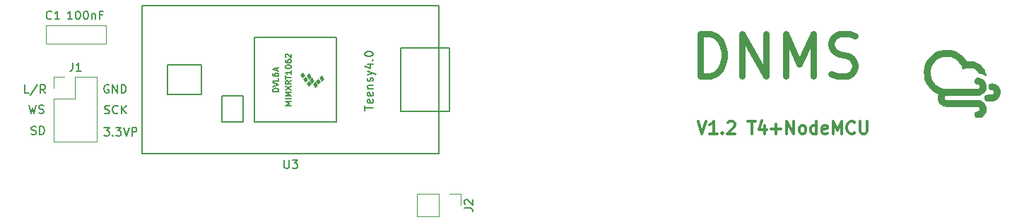
<source format=gbr>
G04 #@! TF.GenerationSoftware,KiCad,Pcbnew,(5.1.4)-1*
G04 #@! TF.CreationDate,2019-09-02T19:22:19+02:00*
G04 #@! TF.ProjectId,DNMS,444e4d53-2e6b-4696-9361-645f70636258,0.9.0*
G04 #@! TF.SameCoordinates,Original*
G04 #@! TF.FileFunction,Legend,Top*
G04 #@! TF.FilePolarity,Positive*
%FSLAX46Y46*%
G04 Gerber Fmt 4.6, Leading zero omitted, Abs format (unit mm)*
G04 Created by KiCad (PCBNEW (5.1.4)-1) date 2019-09-02 19:22:19*
%MOMM*%
%LPD*%
G04 APERTURE LIST*
%ADD10C,0.300000*%
%ADD11C,0.750000*%
%ADD12C,0.150000*%
%ADD13C,0.010000*%
%ADD14C,0.120000*%
%ADD15C,0.100000*%
G04 APERTURE END LIST*
D10*
X143552080Y-78761851D02*
X144052080Y-80261851D01*
X144552080Y-78761851D01*
X145837794Y-80261851D02*
X144980651Y-80261851D01*
X145409222Y-80261851D02*
X145409222Y-78761851D01*
X145266365Y-78976137D01*
X145123508Y-79118994D01*
X144980651Y-79190422D01*
X146480651Y-80118994D02*
X146552080Y-80190422D01*
X146480651Y-80261851D01*
X146409222Y-80190422D01*
X146480651Y-80118994D01*
X146480651Y-80261851D01*
X147123508Y-78904708D02*
X147194937Y-78833280D01*
X147337794Y-78761851D01*
X147694937Y-78761851D01*
X147837794Y-78833280D01*
X147909222Y-78904708D01*
X147980651Y-79047565D01*
X147980651Y-79190422D01*
X147909222Y-79404708D01*
X147052080Y-80261851D01*
X147980651Y-80261851D01*
X149552080Y-78761851D02*
X150409222Y-78761851D01*
X149980651Y-80261851D02*
X149980651Y-78761851D01*
X151552080Y-79261851D02*
X151552080Y-80261851D01*
X151194937Y-78690422D02*
X150837794Y-79761851D01*
X151766365Y-79761851D01*
X152337794Y-79690422D02*
X153480651Y-79690422D01*
X152909222Y-80261851D02*
X152909222Y-79118994D01*
X154194937Y-80261851D02*
X154194937Y-78761851D01*
X155052080Y-80261851D01*
X155052080Y-78761851D01*
X155980651Y-80261851D02*
X155837794Y-80190422D01*
X155766365Y-80118994D01*
X155694937Y-79976137D01*
X155694937Y-79547565D01*
X155766365Y-79404708D01*
X155837794Y-79333280D01*
X155980651Y-79261851D01*
X156194937Y-79261851D01*
X156337794Y-79333280D01*
X156409222Y-79404708D01*
X156480651Y-79547565D01*
X156480651Y-79976137D01*
X156409222Y-80118994D01*
X156337794Y-80190422D01*
X156194937Y-80261851D01*
X155980651Y-80261851D01*
X157766365Y-80261851D02*
X157766365Y-78761851D01*
X157766365Y-80190422D02*
X157623508Y-80261851D01*
X157337794Y-80261851D01*
X157194937Y-80190422D01*
X157123508Y-80118994D01*
X157052080Y-79976137D01*
X157052080Y-79547565D01*
X157123508Y-79404708D01*
X157194937Y-79333280D01*
X157337794Y-79261851D01*
X157623508Y-79261851D01*
X157766365Y-79333280D01*
X159052080Y-80190422D02*
X158909222Y-80261851D01*
X158623508Y-80261851D01*
X158480651Y-80190422D01*
X158409222Y-80047565D01*
X158409222Y-79476137D01*
X158480651Y-79333280D01*
X158623508Y-79261851D01*
X158909222Y-79261851D01*
X159052080Y-79333280D01*
X159123508Y-79476137D01*
X159123508Y-79618994D01*
X158409222Y-79761851D01*
X159766365Y-80261851D02*
X159766365Y-78761851D01*
X160266365Y-79833280D01*
X160766365Y-78761851D01*
X160766365Y-80261851D01*
X162337794Y-80118994D02*
X162266365Y-80190422D01*
X162052080Y-80261851D01*
X161909222Y-80261851D01*
X161694937Y-80190422D01*
X161552080Y-80047565D01*
X161480651Y-79904708D01*
X161409222Y-79618994D01*
X161409222Y-79404708D01*
X161480651Y-79118994D01*
X161552080Y-78976137D01*
X161694937Y-78833280D01*
X161909222Y-78761851D01*
X162052080Y-78761851D01*
X162266365Y-78833280D01*
X162337794Y-78904708D01*
X162980651Y-78761851D02*
X162980651Y-79976137D01*
X163052080Y-80118994D01*
X163123508Y-80190422D01*
X163266365Y-80261851D01*
X163552080Y-80261851D01*
X163694937Y-80190422D01*
X163766365Y-80118994D01*
X163837794Y-79976137D01*
X163837794Y-78761851D01*
D11*
X143827693Y-73295544D02*
X143827693Y-68295544D01*
X145018169Y-68295544D01*
X145732455Y-68533640D01*
X146208645Y-69009830D01*
X146446740Y-69486020D01*
X146684836Y-70438401D01*
X146684836Y-71152687D01*
X146446740Y-72105068D01*
X146208645Y-72581259D01*
X145732455Y-73057449D01*
X145018169Y-73295544D01*
X143827693Y-73295544D01*
X148827693Y-73295544D02*
X148827693Y-68295544D01*
X151684836Y-73295544D01*
X151684836Y-68295544D01*
X154065788Y-73295544D02*
X154065788Y-68295544D01*
X155732455Y-71866973D01*
X157399121Y-68295544D01*
X157399121Y-73295544D01*
X159541979Y-73057449D02*
X160256264Y-73295544D01*
X161446740Y-73295544D01*
X161922931Y-73057449D01*
X162161026Y-72819354D01*
X162399121Y-72343163D01*
X162399121Y-71866973D01*
X162161026Y-71390782D01*
X161922931Y-71152687D01*
X161446740Y-70914592D01*
X160494360Y-70676497D01*
X160018169Y-70438401D01*
X159780074Y-70200306D01*
X159541979Y-69724116D01*
X159541979Y-69247925D01*
X159780074Y-68771735D01*
X160018169Y-68533640D01*
X160494360Y-68295544D01*
X161684836Y-68295544D01*
X162399121Y-68533640D01*
D12*
X63694725Y-80308081D02*
X63837582Y-80355700D01*
X64075678Y-80355700D01*
X64170916Y-80308081D01*
X64218535Y-80260462D01*
X64266154Y-80165224D01*
X64266154Y-80069986D01*
X64218535Y-79974748D01*
X64170916Y-79927129D01*
X64075678Y-79879510D01*
X63885201Y-79831891D01*
X63789963Y-79784272D01*
X63742344Y-79736653D01*
X63694725Y-79641415D01*
X63694725Y-79546177D01*
X63742344Y-79450939D01*
X63789963Y-79403320D01*
X63885201Y-79355700D01*
X64123297Y-79355700D01*
X64266154Y-79403320D01*
X64694725Y-80355700D02*
X64694725Y-79355700D01*
X64932820Y-79355700D01*
X65075678Y-79403320D01*
X65170916Y-79498558D01*
X65218535Y-79593796D01*
X65266154Y-79784272D01*
X65266154Y-79927129D01*
X65218535Y-80117605D01*
X65170916Y-80212843D01*
X65075678Y-80308081D01*
X64932820Y-80355700D01*
X64694725Y-80355700D01*
X63423278Y-76818240D02*
X63661373Y-77818240D01*
X63851849Y-77103955D01*
X64042325Y-77818240D01*
X64280420Y-76818240D01*
X64613754Y-77770621D02*
X64756611Y-77818240D01*
X64994706Y-77818240D01*
X65089944Y-77770621D01*
X65137563Y-77723002D01*
X65185182Y-77627764D01*
X65185182Y-77532526D01*
X65137563Y-77437288D01*
X65089944Y-77389669D01*
X64994706Y-77342050D01*
X64804230Y-77294431D01*
X64708992Y-77246812D01*
X64661373Y-77199193D01*
X64613754Y-77103955D01*
X64613754Y-77008717D01*
X64661373Y-76913479D01*
X64708992Y-76865860D01*
X64804230Y-76818240D01*
X65042325Y-76818240D01*
X65185182Y-76865860D01*
X72400089Y-79505560D02*
X73019137Y-79505560D01*
X72685803Y-79886513D01*
X72828660Y-79886513D01*
X72923899Y-79934132D01*
X72971518Y-79981751D01*
X73019137Y-80076989D01*
X73019137Y-80315084D01*
X72971518Y-80410322D01*
X72923899Y-80457941D01*
X72828660Y-80505560D01*
X72542946Y-80505560D01*
X72447708Y-80457941D01*
X72400089Y-80410322D01*
X73447708Y-80410322D02*
X73495327Y-80457941D01*
X73447708Y-80505560D01*
X73400089Y-80457941D01*
X73447708Y-80410322D01*
X73447708Y-80505560D01*
X73828660Y-79505560D02*
X74447708Y-79505560D01*
X74114375Y-79886513D01*
X74257232Y-79886513D01*
X74352470Y-79934132D01*
X74400089Y-79981751D01*
X74447708Y-80076989D01*
X74447708Y-80315084D01*
X74400089Y-80410322D01*
X74352470Y-80457941D01*
X74257232Y-80505560D01*
X73971518Y-80505560D01*
X73876280Y-80457941D01*
X73828660Y-80410322D01*
X74733422Y-79505560D02*
X75066756Y-80505560D01*
X75400089Y-79505560D01*
X75733422Y-80505560D02*
X75733422Y-79505560D01*
X76114375Y-79505560D01*
X76209613Y-79553180D01*
X76257232Y-79600799D01*
X76304851Y-79696037D01*
X76304851Y-79838894D01*
X76257232Y-79934132D01*
X76209613Y-79981751D01*
X76114375Y-80029370D01*
X75733422Y-80029370D01*
X72480965Y-77801101D02*
X72623822Y-77848720D01*
X72861918Y-77848720D01*
X72957156Y-77801101D01*
X73004775Y-77753482D01*
X73052394Y-77658244D01*
X73052394Y-77563006D01*
X73004775Y-77467768D01*
X72957156Y-77420149D01*
X72861918Y-77372530D01*
X72671441Y-77324911D01*
X72576203Y-77277292D01*
X72528584Y-77229673D01*
X72480965Y-77134435D01*
X72480965Y-77039197D01*
X72528584Y-76943959D01*
X72576203Y-76896340D01*
X72671441Y-76848720D01*
X72909537Y-76848720D01*
X73052394Y-76896340D01*
X74052394Y-77753482D02*
X74004775Y-77801101D01*
X73861918Y-77848720D01*
X73766680Y-77848720D01*
X73623822Y-77801101D01*
X73528584Y-77705863D01*
X73480965Y-77610625D01*
X73433346Y-77420149D01*
X73433346Y-77277292D01*
X73480965Y-77086816D01*
X73528584Y-76991578D01*
X73623822Y-76896340D01*
X73766680Y-76848720D01*
X73861918Y-76848720D01*
X74004775Y-76896340D01*
X74052394Y-76943959D01*
X74480965Y-77848720D02*
X74480965Y-76848720D01*
X75052394Y-77848720D02*
X74623822Y-77277292D01*
X75052394Y-76848720D02*
X74480965Y-77420149D01*
X63410554Y-75382380D02*
X62934363Y-75382380D01*
X62934363Y-74382380D01*
X64458173Y-74334761D02*
X63601030Y-75620476D01*
X65362935Y-75382380D02*
X65029601Y-74906190D01*
X64791506Y-75382380D02*
X64791506Y-74382380D01*
X65172459Y-74382380D01*
X65267697Y-74430000D01*
X65315316Y-74477619D01*
X65362935Y-74572857D01*
X65362935Y-74715714D01*
X65315316Y-74810952D01*
X65267697Y-74858571D01*
X65172459Y-74906190D01*
X64791506Y-74906190D01*
X72953975Y-74409680D02*
X72858737Y-74362060D01*
X72715880Y-74362060D01*
X72573022Y-74409680D01*
X72477784Y-74504918D01*
X72430165Y-74600156D01*
X72382546Y-74790632D01*
X72382546Y-74933489D01*
X72430165Y-75123965D01*
X72477784Y-75219203D01*
X72573022Y-75314441D01*
X72715880Y-75362060D01*
X72811118Y-75362060D01*
X72953975Y-75314441D01*
X73001594Y-75266822D01*
X73001594Y-74933489D01*
X72811118Y-74933489D01*
X73430165Y-75362060D02*
X73430165Y-74362060D01*
X74001594Y-75362060D01*
X74001594Y-74362060D01*
X74477784Y-75362060D02*
X74477784Y-74362060D01*
X74715880Y-74362060D01*
X74858737Y-74409680D01*
X74953975Y-74504918D01*
X75001594Y-74600156D01*
X75049213Y-74790632D01*
X75049213Y-74933489D01*
X75001594Y-75123965D01*
X74953975Y-75219203D01*
X74858737Y-75314441D01*
X74715880Y-75362060D01*
X74477784Y-75362060D01*
D13*
G36*
X173607799Y-70211045D02*
G01*
X173856401Y-70233883D01*
X174070759Y-70269900D01*
X174239554Y-70317421D01*
X174306536Y-70346628D01*
X174376461Y-70379341D01*
X174420699Y-70393357D01*
X174421056Y-70393364D01*
X174458084Y-70408385D01*
X174536075Y-70448456D01*
X174641297Y-70506371D01*
X174698239Y-70538850D01*
X174920242Y-70686294D01*
X175143285Y-70868906D01*
X175348771Y-71069629D01*
X175518100Y-71271409D01*
X175556727Y-71326111D01*
X175693594Y-71529407D01*
X175997179Y-71527987D01*
X176188086Y-71533751D01*
X176375870Y-71551177D01*
X176543701Y-71577843D01*
X176674748Y-71611329D01*
X176727497Y-71633041D01*
X176783896Y-71660689D01*
X176873460Y-71702730D01*
X176931624Y-71729455D01*
X177010979Y-71772808D01*
X177113832Y-71838870D01*
X177227965Y-71918495D01*
X177341158Y-72002535D01*
X177441193Y-72081841D01*
X177515851Y-72147267D01*
X177552913Y-72189663D01*
X177554890Y-72196079D01*
X177574530Y-72233199D01*
X177622595Y-72292724D01*
X177630390Y-72301257D01*
X177695108Y-72386127D01*
X177770893Y-72507689D01*
X177847737Y-72647060D01*
X177915634Y-72785359D01*
X177964575Y-72903703D01*
X177982338Y-72965310D01*
X178007017Y-73063693D01*
X178037700Y-73146541D01*
X178038328Y-73147824D01*
X178060423Y-73212425D01*
X178040833Y-73236654D01*
X177976574Y-73221046D01*
X177882542Y-73175762D01*
X177710720Y-73088474D01*
X177572353Y-73029293D01*
X177448184Y-72990920D01*
X177336196Y-72968700D01*
X177215015Y-72939252D01*
X177139679Y-72892959D01*
X177117610Y-72866574D01*
X176983852Y-72696733D01*
X176834611Y-72557576D01*
X176654246Y-72436870D01*
X176427113Y-72322377D01*
X176414863Y-72316871D01*
X176351030Y-72302223D01*
X176241688Y-72290713D01*
X176104807Y-72283887D01*
X176017988Y-72282685D01*
X175844615Y-72286183D01*
X175711381Y-72300440D01*
X175595128Y-72331096D01*
X175472700Y-72383793D01*
X175359241Y-72443162D01*
X175287958Y-72479102D01*
X175252906Y-72476492D01*
X175235534Y-72425860D01*
X175227045Y-72375657D01*
X175192070Y-72252781D01*
X175126513Y-72099234D01*
X175040059Y-71933447D01*
X174942395Y-71773846D01*
X174843209Y-71638860D01*
X174834022Y-71627943D01*
X174663023Y-71451046D01*
X174471447Y-71291812D01*
X174279355Y-71166106D01*
X174196868Y-71124145D01*
X174099510Y-71079109D01*
X174020009Y-71041028D01*
X173993613Y-71027678D01*
X173893176Y-70992872D01*
X173744930Y-70965325D01*
X173564317Y-70946654D01*
X173366775Y-70938476D01*
X173175744Y-70941988D01*
X172868418Y-70976703D01*
X172597299Y-71050707D01*
X172344808Y-71169533D01*
X172233265Y-71238648D01*
X172111812Y-71331198D01*
X171979511Y-71451082D01*
X171851384Y-71582729D01*
X171742451Y-71710566D01*
X171667733Y-71819023D01*
X171660561Y-71832352D01*
X171620909Y-71903955D01*
X171591624Y-71946902D01*
X171589099Y-71949310D01*
X171562842Y-71991451D01*
X171524930Y-72076722D01*
X171482035Y-72187455D01*
X171440827Y-72305981D01*
X171407977Y-72414631D01*
X171397311Y-72457310D01*
X171377736Y-72588046D01*
X171368041Y-72750139D01*
X171367438Y-72929047D01*
X171375142Y-73110224D01*
X171390367Y-73279126D01*
X171412326Y-73421211D01*
X171440235Y-73521934D01*
X171456502Y-73552685D01*
X171482764Y-73601862D01*
X171516733Y-73681391D01*
X171522204Y-73695560D01*
X171633416Y-73916874D01*
X171793604Y-74137651D01*
X171989713Y-74343763D01*
X172208689Y-74521084D01*
X172385064Y-74629320D01*
X172473195Y-74675402D01*
X172553379Y-74715200D01*
X172630824Y-74749174D01*
X172710738Y-74777786D01*
X172798328Y-74801496D01*
X172898800Y-74820764D01*
X173017364Y-74836052D01*
X173159226Y-74847819D01*
X173329593Y-74856526D01*
X173533674Y-74862635D01*
X173776675Y-74866605D01*
X174063804Y-74868897D01*
X174400269Y-74869972D01*
X174791276Y-74870290D01*
X175109524Y-74870310D01*
X177132867Y-74870310D01*
X177216878Y-74792451D01*
X177275132Y-74720991D01*
X177298554Y-74633872D01*
X177300890Y-74575735D01*
X177278348Y-74444520D01*
X177208439Y-74352320D01*
X177087732Y-74295597D01*
X177014783Y-74280531D01*
X176856839Y-74227000D01*
X176769077Y-74161590D01*
X176705361Y-74092525D01*
X176675181Y-74025206D01*
X176666962Y-73930394D01*
X176666946Y-73903644D01*
X176683799Y-73762984D01*
X176739256Y-73660860D01*
X176843930Y-73580964D01*
X176893499Y-73555546D01*
X176954864Y-73529282D01*
X177009222Y-73518409D01*
X177075784Y-73523346D01*
X177173760Y-73544512D01*
X177248205Y-73563275D01*
X177507399Y-73656862D01*
X177718693Y-73791681D01*
X177880802Y-73966094D01*
X177992439Y-74178463D01*
X178052319Y-74427148D01*
X178062890Y-74601193D01*
X178059607Y-74724884D01*
X178050866Y-74822587D01*
X178038328Y-74878239D01*
X178033582Y-74884675D01*
X178005910Y-74926332D01*
X177984757Y-74991654D01*
X177944732Y-75080570D01*
X177866382Y-75189725D01*
X177763802Y-75303520D01*
X177651085Y-75406353D01*
X177542327Y-75482625D01*
X177539992Y-75483938D01*
X177485287Y-75513267D01*
X177430517Y-75538458D01*
X177370621Y-75559828D01*
X177300536Y-75577688D01*
X177215199Y-75592353D01*
X177109549Y-75604136D01*
X176978521Y-75613351D01*
X176817054Y-75620311D01*
X176620084Y-75625331D01*
X176382551Y-75628723D01*
X176099390Y-75630802D01*
X175765539Y-75631880D01*
X175375937Y-75632273D01*
X175144963Y-75632310D01*
X173214412Y-75632310D01*
X173130401Y-75710168D01*
X173063687Y-75811783D01*
X173044822Y-75935211D01*
X173074786Y-76059421D01*
X173111331Y-76119055D01*
X173176272Y-76201615D01*
X175230643Y-76210650D01*
X177285015Y-76219685D01*
X177482716Y-76326147D01*
X177700156Y-76474822D01*
X177869176Y-76655652D01*
X177988500Y-76860543D01*
X178056852Y-77081400D01*
X178072956Y-77310128D01*
X178035535Y-77538631D01*
X177943313Y-77758816D01*
X177795013Y-77962587D01*
X177748315Y-78010710D01*
X177589719Y-78138943D01*
X177418851Y-78220160D01*
X177219482Y-78260442D01*
X177063049Y-78267560D01*
X176940951Y-78265246D01*
X176862555Y-78254548D01*
X176808121Y-78229829D01*
X176757910Y-78185451D01*
X176751205Y-78178510D01*
X176695959Y-78106581D01*
X176670904Y-78025240D01*
X176665890Y-77930450D01*
X176684876Y-77795844D01*
X176746241Y-77693263D01*
X176856589Y-77615911D01*
X177022526Y-77556991D01*
X177031015Y-77554766D01*
X177138846Y-77520089D01*
X177223949Y-77480578D01*
X177261202Y-77451784D01*
X177289553Y-77376066D01*
X177299810Y-77269344D01*
X177291250Y-77161694D01*
X177269810Y-77094062D01*
X177253566Y-77068429D01*
X177231208Y-77046452D01*
X177198057Y-77027850D01*
X177149434Y-77012342D01*
X177080660Y-76999650D01*
X176987056Y-76989492D01*
X176863943Y-76981588D01*
X176706641Y-76975658D01*
X176510473Y-76971423D01*
X176270758Y-76968601D01*
X175982819Y-76966913D01*
X175641975Y-76966079D01*
X175243548Y-76965818D01*
X175127947Y-76965810D01*
X174704558Y-76965709D01*
X174339680Y-76965114D01*
X174028322Y-76963581D01*
X173765496Y-76960668D01*
X173546212Y-76955931D01*
X173365480Y-76948928D01*
X173218310Y-76939217D01*
X173099715Y-76926354D01*
X173004703Y-76909897D01*
X172928285Y-76889403D01*
X172865472Y-76864430D01*
X172811274Y-76834535D01*
X172760702Y-76799275D01*
X172708766Y-76758208D01*
X172699061Y-76750306D01*
X172559399Y-76628864D01*
X172464335Y-76525847D01*
X172403196Y-76428414D01*
X172376778Y-76362560D01*
X172345216Y-76280667D01*
X172315716Y-76225423D01*
X172312304Y-76221272D01*
X172294115Y-76168113D01*
X172285094Y-76070463D01*
X172284623Y-75946573D01*
X172292083Y-75814692D01*
X172306855Y-75693073D01*
X172328320Y-75599965D01*
X172333874Y-75585130D01*
X172362639Y-75509575D01*
X172374491Y-75464430D01*
X172373562Y-75459744D01*
X172341628Y-75443846D01*
X172269743Y-75410255D01*
X172205015Y-75380612D01*
X171950381Y-75244097D01*
X171695891Y-75070049D01*
X171456971Y-74871308D01*
X171249045Y-74660713D01*
X171087537Y-74451105D01*
X171086575Y-74449623D01*
X171033246Y-74369103D01*
X170993913Y-74312896D01*
X170982615Y-74298810D01*
X170961567Y-74263909D01*
X170922565Y-74188071D01*
X170876305Y-74092435D01*
X170824927Y-73984539D01*
X170780520Y-73893158D01*
X170755477Y-73843462D01*
X170716150Y-73733700D01*
X170683799Y-73573825D01*
X170659027Y-73376903D01*
X170642441Y-73156001D01*
X170634644Y-72924184D01*
X170636242Y-72694520D01*
X170647840Y-72480073D01*
X170670042Y-72293912D01*
X170681017Y-72235050D01*
X170784916Y-71890133D01*
X170945865Y-71557077D01*
X171157559Y-71243424D01*
X171413693Y-70956720D01*
X171707965Y-70704507D01*
X172034068Y-70494330D01*
X172209149Y-70406420D01*
X172427542Y-70319843D01*
X172652494Y-70259295D01*
X172899830Y-70221921D01*
X173185371Y-70204867D01*
X173336271Y-70203059D01*
X173607799Y-70211045D01*
X173607799Y-70211045D01*
G37*
X173607799Y-70211045D02*
X173856401Y-70233883D01*
X174070759Y-70269900D01*
X174239554Y-70317421D01*
X174306536Y-70346628D01*
X174376461Y-70379341D01*
X174420699Y-70393357D01*
X174421056Y-70393364D01*
X174458084Y-70408385D01*
X174536075Y-70448456D01*
X174641297Y-70506371D01*
X174698239Y-70538850D01*
X174920242Y-70686294D01*
X175143285Y-70868906D01*
X175348771Y-71069629D01*
X175518100Y-71271409D01*
X175556727Y-71326111D01*
X175693594Y-71529407D01*
X175997179Y-71527987D01*
X176188086Y-71533751D01*
X176375870Y-71551177D01*
X176543701Y-71577843D01*
X176674748Y-71611329D01*
X176727497Y-71633041D01*
X176783896Y-71660689D01*
X176873460Y-71702730D01*
X176931624Y-71729455D01*
X177010979Y-71772808D01*
X177113832Y-71838870D01*
X177227965Y-71918495D01*
X177341158Y-72002535D01*
X177441193Y-72081841D01*
X177515851Y-72147267D01*
X177552913Y-72189663D01*
X177554890Y-72196079D01*
X177574530Y-72233199D01*
X177622595Y-72292724D01*
X177630390Y-72301257D01*
X177695108Y-72386127D01*
X177770893Y-72507689D01*
X177847737Y-72647060D01*
X177915634Y-72785359D01*
X177964575Y-72903703D01*
X177982338Y-72965310D01*
X178007017Y-73063693D01*
X178037700Y-73146541D01*
X178038328Y-73147824D01*
X178060423Y-73212425D01*
X178040833Y-73236654D01*
X177976574Y-73221046D01*
X177882542Y-73175762D01*
X177710720Y-73088474D01*
X177572353Y-73029293D01*
X177448184Y-72990920D01*
X177336196Y-72968700D01*
X177215015Y-72939252D01*
X177139679Y-72892959D01*
X177117610Y-72866574D01*
X176983852Y-72696733D01*
X176834611Y-72557576D01*
X176654246Y-72436870D01*
X176427113Y-72322377D01*
X176414863Y-72316871D01*
X176351030Y-72302223D01*
X176241688Y-72290713D01*
X176104807Y-72283887D01*
X176017988Y-72282685D01*
X175844615Y-72286183D01*
X175711381Y-72300440D01*
X175595128Y-72331096D01*
X175472700Y-72383793D01*
X175359241Y-72443162D01*
X175287958Y-72479102D01*
X175252906Y-72476492D01*
X175235534Y-72425860D01*
X175227045Y-72375657D01*
X175192070Y-72252781D01*
X175126513Y-72099234D01*
X175040059Y-71933447D01*
X174942395Y-71773846D01*
X174843209Y-71638860D01*
X174834022Y-71627943D01*
X174663023Y-71451046D01*
X174471447Y-71291812D01*
X174279355Y-71166106D01*
X174196868Y-71124145D01*
X174099510Y-71079109D01*
X174020009Y-71041028D01*
X173993613Y-71027678D01*
X173893176Y-70992872D01*
X173744930Y-70965325D01*
X173564317Y-70946654D01*
X173366775Y-70938476D01*
X173175744Y-70941988D01*
X172868418Y-70976703D01*
X172597299Y-71050707D01*
X172344808Y-71169533D01*
X172233265Y-71238648D01*
X172111812Y-71331198D01*
X171979511Y-71451082D01*
X171851384Y-71582729D01*
X171742451Y-71710566D01*
X171667733Y-71819023D01*
X171660561Y-71832352D01*
X171620909Y-71903955D01*
X171591624Y-71946902D01*
X171589099Y-71949310D01*
X171562842Y-71991451D01*
X171524930Y-72076722D01*
X171482035Y-72187455D01*
X171440827Y-72305981D01*
X171407977Y-72414631D01*
X171397311Y-72457310D01*
X171377736Y-72588046D01*
X171368041Y-72750139D01*
X171367438Y-72929047D01*
X171375142Y-73110224D01*
X171390367Y-73279126D01*
X171412326Y-73421211D01*
X171440235Y-73521934D01*
X171456502Y-73552685D01*
X171482764Y-73601862D01*
X171516733Y-73681391D01*
X171522204Y-73695560D01*
X171633416Y-73916874D01*
X171793604Y-74137651D01*
X171989713Y-74343763D01*
X172208689Y-74521084D01*
X172385064Y-74629320D01*
X172473195Y-74675402D01*
X172553379Y-74715200D01*
X172630824Y-74749174D01*
X172710738Y-74777786D01*
X172798328Y-74801496D01*
X172898800Y-74820764D01*
X173017364Y-74836052D01*
X173159226Y-74847819D01*
X173329593Y-74856526D01*
X173533674Y-74862635D01*
X173776675Y-74866605D01*
X174063804Y-74868897D01*
X174400269Y-74869972D01*
X174791276Y-74870290D01*
X175109524Y-74870310D01*
X177132867Y-74870310D01*
X177216878Y-74792451D01*
X177275132Y-74720991D01*
X177298554Y-74633872D01*
X177300890Y-74575735D01*
X177278348Y-74444520D01*
X177208439Y-74352320D01*
X177087732Y-74295597D01*
X177014783Y-74280531D01*
X176856839Y-74227000D01*
X176769077Y-74161590D01*
X176705361Y-74092525D01*
X176675181Y-74025206D01*
X176666962Y-73930394D01*
X176666946Y-73903644D01*
X176683799Y-73762984D01*
X176739256Y-73660860D01*
X176843930Y-73580964D01*
X176893499Y-73555546D01*
X176954864Y-73529282D01*
X177009222Y-73518409D01*
X177075784Y-73523346D01*
X177173760Y-73544512D01*
X177248205Y-73563275D01*
X177507399Y-73656862D01*
X177718693Y-73791681D01*
X177880802Y-73966094D01*
X177992439Y-74178463D01*
X178052319Y-74427148D01*
X178062890Y-74601193D01*
X178059607Y-74724884D01*
X178050866Y-74822587D01*
X178038328Y-74878239D01*
X178033582Y-74884675D01*
X178005910Y-74926332D01*
X177984757Y-74991654D01*
X177944732Y-75080570D01*
X177866382Y-75189725D01*
X177763802Y-75303520D01*
X177651085Y-75406353D01*
X177542327Y-75482625D01*
X177539992Y-75483938D01*
X177485287Y-75513267D01*
X177430517Y-75538458D01*
X177370621Y-75559828D01*
X177300536Y-75577688D01*
X177215199Y-75592353D01*
X177109549Y-75604136D01*
X176978521Y-75613351D01*
X176817054Y-75620311D01*
X176620084Y-75625331D01*
X176382551Y-75628723D01*
X176099390Y-75630802D01*
X175765539Y-75631880D01*
X175375937Y-75632273D01*
X175144963Y-75632310D01*
X173214412Y-75632310D01*
X173130401Y-75710168D01*
X173063687Y-75811783D01*
X173044822Y-75935211D01*
X173074786Y-76059421D01*
X173111331Y-76119055D01*
X173176272Y-76201615D01*
X175230643Y-76210650D01*
X177285015Y-76219685D01*
X177482716Y-76326147D01*
X177700156Y-76474822D01*
X177869176Y-76655652D01*
X177988500Y-76860543D01*
X178056852Y-77081400D01*
X178072956Y-77310128D01*
X178035535Y-77538631D01*
X177943313Y-77758816D01*
X177795013Y-77962587D01*
X177748315Y-78010710D01*
X177589719Y-78138943D01*
X177418851Y-78220160D01*
X177219482Y-78260442D01*
X177063049Y-78267560D01*
X176940951Y-78265246D01*
X176862555Y-78254548D01*
X176808121Y-78229829D01*
X176757910Y-78185451D01*
X176751205Y-78178510D01*
X176695959Y-78106581D01*
X176670904Y-78025240D01*
X176665890Y-77930450D01*
X176684876Y-77795844D01*
X176746241Y-77693263D01*
X176856589Y-77615911D01*
X177022526Y-77556991D01*
X177031015Y-77554766D01*
X177138846Y-77520089D01*
X177223949Y-77480578D01*
X177261202Y-77451784D01*
X177289553Y-77376066D01*
X177299810Y-77269344D01*
X177291250Y-77161694D01*
X177269810Y-77094062D01*
X177253566Y-77068429D01*
X177231208Y-77046452D01*
X177198057Y-77027850D01*
X177149434Y-77012342D01*
X177080660Y-76999650D01*
X176987056Y-76989492D01*
X176863943Y-76981588D01*
X176706641Y-76975658D01*
X176510473Y-76971423D01*
X176270758Y-76968601D01*
X175982819Y-76966913D01*
X175641975Y-76966079D01*
X175243548Y-76965818D01*
X175127947Y-76965810D01*
X174704558Y-76965709D01*
X174339680Y-76965114D01*
X174028322Y-76963581D01*
X173765496Y-76960668D01*
X173546212Y-76955931D01*
X173365480Y-76948928D01*
X173218310Y-76939217D01*
X173099715Y-76926354D01*
X173004703Y-76909897D01*
X172928285Y-76889403D01*
X172865472Y-76864430D01*
X172811274Y-76834535D01*
X172760702Y-76799275D01*
X172708766Y-76758208D01*
X172699061Y-76750306D01*
X172559399Y-76628864D01*
X172464335Y-76525847D01*
X172403196Y-76428414D01*
X172376778Y-76362560D01*
X172345216Y-76280667D01*
X172315716Y-76225423D01*
X172312304Y-76221272D01*
X172294115Y-76168113D01*
X172285094Y-76070463D01*
X172284623Y-75946573D01*
X172292083Y-75814692D01*
X172306855Y-75693073D01*
X172328320Y-75599965D01*
X172333874Y-75585130D01*
X172362639Y-75509575D01*
X172374491Y-75464430D01*
X172373562Y-75459744D01*
X172341628Y-75443846D01*
X172269743Y-75410255D01*
X172205015Y-75380612D01*
X171950381Y-75244097D01*
X171695891Y-75070049D01*
X171456971Y-74871308D01*
X171249045Y-74660713D01*
X171087537Y-74451105D01*
X171086575Y-74449623D01*
X171033246Y-74369103D01*
X170993913Y-74312896D01*
X170982615Y-74298810D01*
X170961567Y-74263909D01*
X170922565Y-74188071D01*
X170876305Y-74092435D01*
X170824927Y-73984539D01*
X170780520Y-73893158D01*
X170755477Y-73843462D01*
X170716150Y-73733700D01*
X170683799Y-73573825D01*
X170659027Y-73376903D01*
X170642441Y-73156001D01*
X170634644Y-72924184D01*
X170636242Y-72694520D01*
X170647840Y-72480073D01*
X170670042Y-72293912D01*
X170681017Y-72235050D01*
X170784916Y-71890133D01*
X170945865Y-71557077D01*
X171157559Y-71243424D01*
X171413693Y-70956720D01*
X171707965Y-70704507D01*
X172034068Y-70494330D01*
X172209149Y-70406420D01*
X172427542Y-70319843D01*
X172652494Y-70259295D01*
X172899830Y-70221921D01*
X173185371Y-70204867D01*
X173336271Y-70203059D01*
X173607799Y-70211045D01*
G36*
X178929269Y-74231000D02*
G01*
X179045323Y-74269272D01*
X179271254Y-74377387D01*
X179451380Y-74516789D01*
X179600356Y-74699360D01*
X179626893Y-74740788D01*
X179661322Y-74807931D01*
X179684220Y-74886848D01*
X179698656Y-74993844D01*
X179707700Y-75145228D01*
X179708926Y-75176656D01*
X179710906Y-75380061D01*
X179696872Y-75537607D01*
X179662605Y-75665832D01*
X179603887Y-75781271D01*
X179527925Y-75886310D01*
X179447117Y-75984025D01*
X179379978Y-76051964D01*
X179305375Y-76107652D01*
X179202174Y-76168615D01*
X179158265Y-76192864D01*
X179090584Y-76227822D01*
X179027675Y-76252295D01*
X178955806Y-76268471D01*
X178861246Y-76278536D01*
X178730266Y-76284679D01*
X178555015Y-76288967D01*
X178388099Y-76290289D01*
X178239618Y-76287616D01*
X178123317Y-76281473D01*
X178052943Y-76272385D01*
X178043462Y-76269435D01*
X177939933Y-76193647D01*
X177870487Y-76079916D01*
X177838907Y-75946106D01*
X177848979Y-75810080D01*
X177904488Y-75689704D01*
X177917253Y-75673767D01*
X177952822Y-75635748D01*
X177990696Y-75609724D01*
X178043809Y-75592645D01*
X178125098Y-75581463D01*
X178247499Y-75573126D01*
X178369691Y-75567112D01*
X178584893Y-75552992D01*
X178744499Y-75530801D01*
X178856296Y-75496342D01*
X178928071Y-75445415D01*
X178967608Y-75373823D01*
X178982694Y-75277367D01*
X178983640Y-75236079D01*
X178956641Y-75116093D01*
X178884754Y-75023004D01*
X178781641Y-74971382D01*
X178729966Y-74965560D01*
X178630427Y-74947658D01*
X178545960Y-74910010D01*
X178435332Y-74823876D01*
X178374420Y-74731064D01*
X178351155Y-74610239D01*
X178349696Y-74563059D01*
X178353329Y-74461220D01*
X178374083Y-74395236D01*
X178424256Y-74337646D01*
X178466999Y-74301121D01*
X178597715Y-74226215D01*
X178749587Y-74202963D01*
X178929269Y-74231000D01*
X178929269Y-74231000D01*
G37*
X178929269Y-74231000D02*
X179045323Y-74269272D01*
X179271254Y-74377387D01*
X179451380Y-74516789D01*
X179600356Y-74699360D01*
X179626893Y-74740788D01*
X179661322Y-74807931D01*
X179684220Y-74886848D01*
X179698656Y-74993844D01*
X179707700Y-75145228D01*
X179708926Y-75176656D01*
X179710906Y-75380061D01*
X179696872Y-75537607D01*
X179662605Y-75665832D01*
X179603887Y-75781271D01*
X179527925Y-75886310D01*
X179447117Y-75984025D01*
X179379978Y-76051964D01*
X179305375Y-76107652D01*
X179202174Y-76168615D01*
X179158265Y-76192864D01*
X179090584Y-76227822D01*
X179027675Y-76252295D01*
X178955806Y-76268471D01*
X178861246Y-76278536D01*
X178730266Y-76284679D01*
X178555015Y-76288967D01*
X178388099Y-76290289D01*
X178239618Y-76287616D01*
X178123317Y-76281473D01*
X178052943Y-76272385D01*
X178043462Y-76269435D01*
X177939933Y-76193647D01*
X177870487Y-76079916D01*
X177838907Y-75946106D01*
X177848979Y-75810080D01*
X177904488Y-75689704D01*
X177917253Y-75673767D01*
X177952822Y-75635748D01*
X177990696Y-75609724D01*
X178043809Y-75592645D01*
X178125098Y-75581463D01*
X178247499Y-75573126D01*
X178369691Y-75567112D01*
X178584893Y-75552992D01*
X178744499Y-75530801D01*
X178856296Y-75496342D01*
X178928071Y-75445415D01*
X178967608Y-75373823D01*
X178982694Y-75277367D01*
X178983640Y-75236079D01*
X178956641Y-75116093D01*
X178884754Y-75023004D01*
X178781641Y-74971382D01*
X178729966Y-74965560D01*
X178630427Y-74947658D01*
X178545960Y-74910010D01*
X178435332Y-74823876D01*
X178374420Y-74731064D01*
X178351155Y-74610239D01*
X178349696Y-74563059D01*
X178353329Y-74461220D01*
X178374083Y-74395236D01*
X178424256Y-74337646D01*
X178466999Y-74301121D01*
X178597715Y-74226215D01*
X178749587Y-74202963D01*
X178929269Y-74231000D01*
D14*
X65411480Y-69471400D02*
X65411480Y-67231400D01*
X72651480Y-69471400D02*
X72651480Y-67231400D01*
X72651480Y-67231400D02*
X65411480Y-67231400D01*
X72651480Y-69471400D02*
X65411480Y-69471400D01*
X66335600Y-73460300D02*
X67665600Y-73460300D01*
X66335600Y-74790300D02*
X66335600Y-73460300D01*
X68935600Y-73460300D02*
X71535600Y-73460300D01*
X68935600Y-76060300D02*
X68935600Y-73460300D01*
X66335600Y-76060300D02*
X68935600Y-76060300D01*
X71535600Y-73460300D02*
X71535600Y-81200300D01*
X66335600Y-76060300D02*
X66335600Y-81200300D01*
X66335600Y-81200300D02*
X71535600Y-81200300D01*
D15*
G36*
X98694240Y-73664500D02*
G01*
X98440240Y-73918500D01*
X98186240Y-73537500D01*
X98440240Y-73283500D01*
X98694240Y-73664500D01*
G37*
X98694240Y-73664500D02*
X98440240Y-73918500D01*
X98186240Y-73537500D01*
X98440240Y-73283500D01*
X98694240Y-73664500D01*
G36*
X98313240Y-74045500D02*
G01*
X98059240Y-74299500D01*
X97805240Y-73918500D01*
X98059240Y-73664500D01*
X98313240Y-74045500D01*
G37*
X98313240Y-74045500D02*
X98059240Y-74299500D01*
X97805240Y-73918500D01*
X98059240Y-73664500D01*
X98313240Y-74045500D01*
G36*
X96408240Y-73283500D02*
G01*
X96154240Y-73537500D01*
X95900240Y-73156500D01*
X96154240Y-72902500D01*
X96408240Y-73283500D01*
G37*
X96408240Y-73283500D02*
X96154240Y-73537500D01*
X95900240Y-73156500D01*
X96154240Y-72902500D01*
X96408240Y-73283500D01*
G36*
X96789240Y-73791500D02*
G01*
X96535240Y-74045500D01*
X96281240Y-73664500D01*
X96535240Y-73410500D01*
X96789240Y-73791500D01*
G37*
X96789240Y-73791500D02*
X96535240Y-74045500D01*
X96281240Y-73664500D01*
X96535240Y-73410500D01*
X96789240Y-73791500D01*
G36*
X97170240Y-74299500D02*
G01*
X96916240Y-74553500D01*
X96662240Y-74172500D01*
X96916240Y-73918500D01*
X97170240Y-74299500D01*
G37*
X97170240Y-74299500D02*
X96916240Y-74553500D01*
X96662240Y-74172500D01*
X96916240Y-73918500D01*
X97170240Y-74299500D01*
G36*
X97170240Y-73410500D02*
G01*
X96916240Y-73664500D01*
X96662240Y-73283500D01*
X96916240Y-73029500D01*
X97170240Y-73410500D01*
G37*
X97170240Y-73410500D02*
X96916240Y-73664500D01*
X96662240Y-73283500D01*
X96916240Y-73029500D01*
X97170240Y-73410500D01*
G36*
X97551240Y-73918500D02*
G01*
X97297240Y-74172500D01*
X97043240Y-73791500D01*
X97297240Y-73537500D01*
X97551240Y-73918500D01*
G37*
X97551240Y-73918500D02*
X97297240Y-74172500D01*
X97043240Y-73791500D01*
X97297240Y-73537500D01*
X97551240Y-73918500D01*
G36*
X97932240Y-74426500D02*
G01*
X97678240Y-74680500D01*
X97424240Y-74299500D01*
X97678240Y-74045500D01*
X97932240Y-74426500D01*
G37*
X97932240Y-74426500D02*
X97678240Y-74680500D01*
X97424240Y-74299500D01*
X97678240Y-74045500D01*
X97932240Y-74426500D01*
D12*
X89042240Y-75696500D02*
X89042240Y-78871500D01*
X86502240Y-75696500D02*
X89042240Y-75696500D01*
X86502240Y-78871500D02*
X86502240Y-75696500D01*
X89042240Y-78871500D02*
X86502240Y-78871500D01*
X112537240Y-64901500D02*
X112537240Y-82681500D01*
X76977240Y-64901500D02*
X112537240Y-64901500D01*
X76977240Y-82681500D02*
X76977240Y-64901500D01*
X112537240Y-82681500D02*
X76977240Y-82681500D01*
X90439240Y-68711500D02*
X100218240Y-68711500D01*
X90439240Y-78871500D02*
X100218240Y-78871500D01*
X100218240Y-78871500D02*
X100218240Y-68711500D01*
X90439240Y-68711500D02*
X90439240Y-78871500D01*
X84089240Y-75569500D02*
X80025240Y-75569500D01*
X84089240Y-72013500D02*
X84089240Y-75569500D01*
X80025240Y-72013500D02*
X84089240Y-72013500D01*
X80025240Y-75569500D02*
X80025240Y-72013500D01*
X107965240Y-69981500D02*
X112537240Y-69981500D01*
X107965240Y-77601500D02*
X112537240Y-77601500D01*
X107965240Y-69981500D02*
X107965240Y-77601500D01*
X113807240Y-77601500D02*
X112537240Y-77601500D01*
X113807240Y-69981500D02*
X113807240Y-77601500D01*
X112537240Y-69981500D02*
X113807240Y-69981500D01*
D14*
X115122000Y-87503960D02*
X115122000Y-88833960D01*
X113792000Y-87503960D02*
X115122000Y-87503960D01*
X112522000Y-87503960D02*
X112522000Y-90163960D01*
X112522000Y-90163960D02*
X109922000Y-90163960D01*
X112522000Y-87503960D02*
X109922000Y-87503960D01*
X109922000Y-87503960D02*
X109922000Y-90163960D01*
D12*
X66119713Y-66409842D02*
X66072094Y-66457461D01*
X65929237Y-66505080D01*
X65833999Y-66505080D01*
X65691141Y-66457461D01*
X65595903Y-66362223D01*
X65548284Y-66266985D01*
X65500665Y-66076509D01*
X65500665Y-65933652D01*
X65548284Y-65743176D01*
X65595903Y-65647938D01*
X65691141Y-65552700D01*
X65833999Y-65505080D01*
X65929237Y-65505080D01*
X66072094Y-65552700D01*
X66119713Y-65600319D01*
X67072094Y-66505080D02*
X66500665Y-66505080D01*
X66786380Y-66505080D02*
X66786380Y-65505080D01*
X66691141Y-65647938D01*
X66595903Y-65743176D01*
X66500665Y-65790795D01*
X68602100Y-66505080D02*
X68030672Y-66505080D01*
X68316386Y-66505080D02*
X68316386Y-65505080D01*
X68221148Y-65647938D01*
X68125910Y-65743176D01*
X68030672Y-65790795D01*
X69221148Y-65505080D02*
X69316386Y-65505080D01*
X69411624Y-65552700D01*
X69459243Y-65600319D01*
X69506862Y-65695557D01*
X69554481Y-65886033D01*
X69554481Y-66124128D01*
X69506862Y-66314604D01*
X69459243Y-66409842D01*
X69411624Y-66457461D01*
X69316386Y-66505080D01*
X69221148Y-66505080D01*
X69125910Y-66457461D01*
X69078291Y-66409842D01*
X69030672Y-66314604D01*
X68983053Y-66124128D01*
X68983053Y-65886033D01*
X69030672Y-65695557D01*
X69078291Y-65600319D01*
X69125910Y-65552700D01*
X69221148Y-65505080D01*
X70173529Y-65505080D02*
X70268767Y-65505080D01*
X70364005Y-65552700D01*
X70411624Y-65600319D01*
X70459243Y-65695557D01*
X70506862Y-65886033D01*
X70506862Y-66124128D01*
X70459243Y-66314604D01*
X70411624Y-66409842D01*
X70364005Y-66457461D01*
X70268767Y-66505080D01*
X70173529Y-66505080D01*
X70078291Y-66457461D01*
X70030672Y-66409842D01*
X69983053Y-66314604D01*
X69935434Y-66124128D01*
X69935434Y-65886033D01*
X69983053Y-65695557D01*
X70030672Y-65600319D01*
X70078291Y-65552700D01*
X70173529Y-65505080D01*
X70935434Y-65838414D02*
X70935434Y-66505080D01*
X70935434Y-65933652D02*
X70983053Y-65886033D01*
X71078291Y-65838414D01*
X71221148Y-65838414D01*
X71316386Y-65886033D01*
X71364005Y-65981271D01*
X71364005Y-66505080D01*
X72173529Y-65981271D02*
X71840196Y-65981271D01*
X71840196Y-66505080D02*
X71840196Y-65505080D01*
X72316386Y-65505080D01*
X68663226Y-71723000D02*
X68663226Y-72437286D01*
X68615607Y-72580143D01*
X68520369Y-72675381D01*
X68377512Y-72723000D01*
X68282274Y-72723000D01*
X69663226Y-72723000D02*
X69091798Y-72723000D01*
X69377512Y-72723000D02*
X69377512Y-71723000D01*
X69282274Y-71865858D01*
X69187036Y-71961096D01*
X69091798Y-72008715D01*
X93995335Y-83403880D02*
X93995335Y-84213404D01*
X94042954Y-84308642D01*
X94090573Y-84356261D01*
X94185811Y-84403880D01*
X94376287Y-84403880D01*
X94471525Y-84356261D01*
X94519144Y-84308642D01*
X94566763Y-84213404D01*
X94566763Y-83403880D01*
X94947716Y-83403880D02*
X95566763Y-83403880D01*
X95233430Y-83784833D01*
X95376287Y-83784833D01*
X95471525Y-83832452D01*
X95519144Y-83880071D01*
X95566763Y-83975309D01*
X95566763Y-84213404D01*
X95519144Y-84308642D01*
X95471525Y-84356261D01*
X95376287Y-84403880D01*
X95090573Y-84403880D01*
X94995335Y-84356261D01*
X94947716Y-84308642D01*
X103638100Y-77442248D02*
X103638100Y-76870820D01*
X104638100Y-77156534D02*
X103638100Y-77156534D01*
X104590481Y-76156534D02*
X104638100Y-76251772D01*
X104638100Y-76442248D01*
X104590481Y-76537486D01*
X104495243Y-76585105D01*
X104114291Y-76585105D01*
X104019053Y-76537486D01*
X103971434Y-76442248D01*
X103971434Y-76251772D01*
X104019053Y-76156534D01*
X104114291Y-76108915D01*
X104209529Y-76108915D01*
X104304767Y-76585105D01*
X104590481Y-75299391D02*
X104638100Y-75394629D01*
X104638100Y-75585105D01*
X104590481Y-75680343D01*
X104495243Y-75727962D01*
X104114291Y-75727962D01*
X104019053Y-75680343D01*
X103971434Y-75585105D01*
X103971434Y-75394629D01*
X104019053Y-75299391D01*
X104114291Y-75251772D01*
X104209529Y-75251772D01*
X104304767Y-75727962D01*
X103971434Y-74823200D02*
X104638100Y-74823200D01*
X104066672Y-74823200D02*
X104019053Y-74775581D01*
X103971434Y-74680343D01*
X103971434Y-74537486D01*
X104019053Y-74442248D01*
X104114291Y-74394629D01*
X104638100Y-74394629D01*
X104590481Y-73966058D02*
X104638100Y-73870820D01*
X104638100Y-73680343D01*
X104590481Y-73585105D01*
X104495243Y-73537486D01*
X104447624Y-73537486D01*
X104352386Y-73585105D01*
X104304767Y-73680343D01*
X104304767Y-73823200D01*
X104257148Y-73918439D01*
X104161910Y-73966058D01*
X104114291Y-73966058D01*
X104019053Y-73918439D01*
X103971434Y-73823200D01*
X103971434Y-73680343D01*
X104019053Y-73585105D01*
X103971434Y-73204153D02*
X104638100Y-72966058D01*
X103971434Y-72727962D02*
X104638100Y-72966058D01*
X104876196Y-73061296D01*
X104923815Y-73108915D01*
X104971434Y-73204153D01*
X103971434Y-71918439D02*
X104638100Y-71918439D01*
X103590481Y-72156534D02*
X104304767Y-72394629D01*
X104304767Y-71775581D01*
X104542862Y-71394629D02*
X104590481Y-71347010D01*
X104638100Y-71394629D01*
X104590481Y-71442248D01*
X104542862Y-71394629D01*
X104638100Y-71394629D01*
X103638100Y-70727962D02*
X103638100Y-70632724D01*
X103685720Y-70537486D01*
X103733339Y-70489867D01*
X103828577Y-70442248D01*
X104019053Y-70394629D01*
X104257148Y-70394629D01*
X104447624Y-70442248D01*
X104542862Y-70489867D01*
X104590481Y-70537486D01*
X104638100Y-70632724D01*
X104638100Y-70727962D01*
X104590481Y-70823200D01*
X104542862Y-70870820D01*
X104447624Y-70918439D01*
X104257148Y-70966058D01*
X104019053Y-70966058D01*
X103828577Y-70918439D01*
X103733339Y-70870820D01*
X103685720Y-70823200D01*
X103638100Y-70727962D01*
X93295906Y-75191500D02*
X92595906Y-75191500D01*
X92595906Y-75024833D01*
X92629240Y-74924833D01*
X92695906Y-74858166D01*
X92762573Y-74824833D01*
X92895906Y-74791500D01*
X92995906Y-74791500D01*
X93129240Y-74824833D01*
X93195906Y-74858166D01*
X93262573Y-74924833D01*
X93295906Y-75024833D01*
X93295906Y-75191500D01*
X92595906Y-74591500D02*
X93295906Y-74358166D01*
X92595906Y-74124833D01*
X93295906Y-73558166D02*
X93295906Y-73891500D01*
X92595906Y-73891500D01*
X92595906Y-73024833D02*
X92595906Y-73158166D01*
X92629240Y-73224833D01*
X92662573Y-73258166D01*
X92762573Y-73324833D01*
X92895906Y-73358166D01*
X93162573Y-73358166D01*
X93229240Y-73324833D01*
X93262573Y-73291500D01*
X93295906Y-73224833D01*
X93295906Y-73091500D01*
X93262573Y-73024833D01*
X93229240Y-72991500D01*
X93162573Y-72958166D01*
X92995906Y-72958166D01*
X92929240Y-72991500D01*
X92895906Y-73024833D01*
X92862573Y-73091500D01*
X92862573Y-73224833D01*
X92895906Y-73291500D01*
X92929240Y-73324833D01*
X92995906Y-73358166D01*
X93095906Y-72691500D02*
X93095906Y-72358166D01*
X93295906Y-72758166D02*
X92595906Y-72524833D01*
X93295906Y-72291500D01*
X94819906Y-76874833D02*
X94119906Y-76874833D01*
X94619906Y-76641500D01*
X94119906Y-76408166D01*
X94819906Y-76408166D01*
X94819906Y-76074833D02*
X94119906Y-76074833D01*
X94819906Y-75741500D02*
X94119906Y-75741500D01*
X94619906Y-75508166D01*
X94119906Y-75274833D01*
X94819906Y-75274833D01*
X94119906Y-75008166D02*
X94819906Y-74541500D01*
X94119906Y-74541500D02*
X94819906Y-75008166D01*
X94819906Y-73874833D02*
X94486573Y-74108166D01*
X94819906Y-74274833D02*
X94119906Y-74274833D01*
X94119906Y-74008166D01*
X94153240Y-73941500D01*
X94186573Y-73908166D01*
X94253240Y-73874833D01*
X94353240Y-73874833D01*
X94419906Y-73908166D01*
X94453240Y-73941500D01*
X94486573Y-74008166D01*
X94486573Y-74274833D01*
X94119906Y-73674833D02*
X94119906Y-73274833D01*
X94819906Y-73474833D02*
X94119906Y-73474833D01*
X94819906Y-72674833D02*
X94819906Y-73074833D01*
X94819906Y-72874833D02*
X94119906Y-72874833D01*
X94219906Y-72941500D01*
X94286573Y-73008166D01*
X94319906Y-73074833D01*
X94119906Y-72241500D02*
X94119906Y-72174833D01*
X94153240Y-72108166D01*
X94186573Y-72074833D01*
X94253240Y-72041500D01*
X94386573Y-72008166D01*
X94553240Y-72008166D01*
X94686573Y-72041500D01*
X94753240Y-72074833D01*
X94786573Y-72108166D01*
X94819906Y-72174833D01*
X94819906Y-72241500D01*
X94786573Y-72308166D01*
X94753240Y-72341500D01*
X94686573Y-72374833D01*
X94553240Y-72408166D01*
X94386573Y-72408166D01*
X94253240Y-72374833D01*
X94186573Y-72341500D01*
X94153240Y-72308166D01*
X94119906Y-72241500D01*
X94119906Y-71408166D02*
X94119906Y-71541500D01*
X94153240Y-71608166D01*
X94186573Y-71641500D01*
X94286573Y-71708166D01*
X94419906Y-71741500D01*
X94686573Y-71741500D01*
X94753240Y-71708166D01*
X94786573Y-71674833D01*
X94819906Y-71608166D01*
X94819906Y-71474833D01*
X94786573Y-71408166D01*
X94753240Y-71374833D01*
X94686573Y-71341500D01*
X94519906Y-71341500D01*
X94453240Y-71374833D01*
X94419906Y-71408166D01*
X94386573Y-71474833D01*
X94386573Y-71608166D01*
X94419906Y-71674833D01*
X94453240Y-71708166D01*
X94519906Y-71741500D01*
X94186573Y-71074833D02*
X94153240Y-71041500D01*
X94119906Y-70974833D01*
X94119906Y-70808166D01*
X94153240Y-70741500D01*
X94186573Y-70708166D01*
X94253240Y-70674833D01*
X94319906Y-70674833D01*
X94419906Y-70708166D01*
X94819906Y-71108166D01*
X94819906Y-70674833D01*
X115574380Y-89167293D02*
X116288666Y-89167293D01*
X116431523Y-89214912D01*
X116526761Y-89310150D01*
X116574380Y-89453007D01*
X116574380Y-89548245D01*
X115669619Y-88738721D02*
X115622000Y-88691102D01*
X115574380Y-88595864D01*
X115574380Y-88357769D01*
X115622000Y-88262531D01*
X115669619Y-88214912D01*
X115764857Y-88167293D01*
X115860095Y-88167293D01*
X116002952Y-88214912D01*
X116574380Y-88786340D01*
X116574380Y-88167293D01*
M02*

</source>
